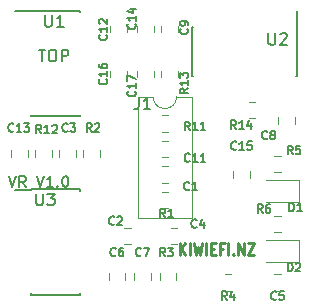
<source format=gbr>
G04 #@! TF.GenerationSoftware,KiCad,Pcbnew,7.0.10*
G04 #@! TF.CreationDate,2024-04-16T19:30:50+12:00*
G04 #@! TF.ProjectId,KiwiEFIvr1815_0.1,4b697769-4546-4497-9672-313831355f30,rev?*
G04 #@! TF.SameCoordinates,Original*
G04 #@! TF.FileFunction,Legend,Top*
G04 #@! TF.FilePolarity,Positive*
%FSLAX46Y46*%
G04 Gerber Fmt 4.6, Leading zero omitted, Abs format (unit mm)*
G04 Created by KiCad (PCBNEW 7.0.10) date 2024-04-16 19:30:50*
%MOMM*%
%LPD*%
G01*
G04 APERTURE LIST*
%ADD10C,0.150000*%
%ADD11C,0.212500*%
%ADD12C,0.120000*%
G04 APERTURE END LIST*
D10*
X111115000Y-89424557D02*
X111415000Y-90324557D01*
X111415000Y-90324557D02*
X111715000Y-89424557D01*
X112529286Y-90324557D02*
X112229286Y-89895985D01*
X112015000Y-90324557D02*
X112015000Y-89424557D01*
X112015000Y-89424557D02*
X112357857Y-89424557D01*
X112357857Y-89424557D02*
X112443572Y-89467414D01*
X112443572Y-89467414D02*
X112486429Y-89510271D01*
X112486429Y-89510271D02*
X112529286Y-89595985D01*
X112529286Y-89595985D02*
X112529286Y-89724557D01*
X112529286Y-89724557D02*
X112486429Y-89810271D01*
X112486429Y-89810271D02*
X112443572Y-89853128D01*
X112443572Y-89853128D02*
X112357857Y-89895985D01*
X112357857Y-89895985D02*
X112015000Y-89895985D01*
X113472143Y-89424557D02*
X113772143Y-90324557D01*
X113772143Y-90324557D02*
X114072143Y-89424557D01*
X114843572Y-90324557D02*
X114329286Y-90324557D01*
X114586429Y-90324557D02*
X114586429Y-89424557D01*
X114586429Y-89424557D02*
X114500715Y-89553128D01*
X114500715Y-89553128D02*
X114415000Y-89638842D01*
X114415000Y-89638842D02*
X114329286Y-89681700D01*
X115229286Y-90238842D02*
X115272143Y-90281700D01*
X115272143Y-90281700D02*
X115229286Y-90324557D01*
X115229286Y-90324557D02*
X115186429Y-90281700D01*
X115186429Y-90281700D02*
X115229286Y-90238842D01*
X115229286Y-90238842D02*
X115229286Y-90324557D01*
X115829286Y-89424557D02*
X115915000Y-89424557D01*
X115915000Y-89424557D02*
X116000714Y-89467414D01*
X116000714Y-89467414D02*
X116043572Y-89510271D01*
X116043572Y-89510271D02*
X116086429Y-89595985D01*
X116086429Y-89595985D02*
X116129286Y-89767414D01*
X116129286Y-89767414D02*
X116129286Y-89981700D01*
X116129286Y-89981700D02*
X116086429Y-90153128D01*
X116086429Y-90153128D02*
X116043572Y-90238842D01*
X116043572Y-90238842D02*
X116000714Y-90281700D01*
X116000714Y-90281700D02*
X115915000Y-90324557D01*
X115915000Y-90324557D02*
X115829286Y-90324557D01*
X115829286Y-90324557D02*
X115743572Y-90281700D01*
X115743572Y-90281700D02*
X115700714Y-90238842D01*
X115700714Y-90238842D02*
X115657857Y-90153128D01*
X115657857Y-90153128D02*
X115615000Y-89981700D01*
X115615000Y-89981700D02*
X115615000Y-89767414D01*
X115615000Y-89767414D02*
X115657857Y-89595985D01*
X115657857Y-89595985D02*
X115700714Y-89510271D01*
X115700714Y-89510271D02*
X115743572Y-89467414D01*
X115743572Y-89467414D02*
X115829286Y-89424557D01*
X113625476Y-78702819D02*
X114196904Y-78702819D01*
X113911190Y-79702819D02*
X113911190Y-78702819D01*
X114720714Y-78702819D02*
X114911190Y-78702819D01*
X114911190Y-78702819D02*
X115006428Y-78750438D01*
X115006428Y-78750438D02*
X115101666Y-78845676D01*
X115101666Y-78845676D02*
X115149285Y-79036152D01*
X115149285Y-79036152D02*
X115149285Y-79369485D01*
X115149285Y-79369485D02*
X115101666Y-79559961D01*
X115101666Y-79559961D02*
X115006428Y-79655200D01*
X115006428Y-79655200D02*
X114911190Y-79702819D01*
X114911190Y-79702819D02*
X114720714Y-79702819D01*
X114720714Y-79702819D02*
X114625476Y-79655200D01*
X114625476Y-79655200D02*
X114530238Y-79559961D01*
X114530238Y-79559961D02*
X114482619Y-79369485D01*
X114482619Y-79369485D02*
X114482619Y-79036152D01*
X114482619Y-79036152D02*
X114530238Y-78845676D01*
X114530238Y-78845676D02*
X114625476Y-78750438D01*
X114625476Y-78750438D02*
X114720714Y-78702819D01*
X115577857Y-79702819D02*
X115577857Y-78702819D01*
X115577857Y-78702819D02*
X115958809Y-78702819D01*
X115958809Y-78702819D02*
X116054047Y-78750438D01*
X116054047Y-78750438D02*
X116101666Y-78798057D01*
X116101666Y-78798057D02*
X116149285Y-78893295D01*
X116149285Y-78893295D02*
X116149285Y-79036152D01*
X116149285Y-79036152D02*
X116101666Y-79131390D01*
X116101666Y-79131390D02*
X116054047Y-79179009D01*
X116054047Y-79179009D02*
X115958809Y-79226628D01*
X115958809Y-79226628D02*
X115577857Y-79226628D01*
D11*
X125583332Y-96101569D02*
X125583332Y-95101569D01*
X126069047Y-96101569D02*
X125704761Y-95530140D01*
X126069047Y-95101569D02*
X125583332Y-95672997D01*
X126433332Y-96101569D02*
X126433332Y-95101569D01*
X126757142Y-95101569D02*
X126959523Y-96101569D01*
X126959523Y-96101569D02*
X127121428Y-95387283D01*
X127121428Y-95387283D02*
X127283333Y-96101569D01*
X127283333Y-96101569D02*
X127485714Y-95101569D01*
X127809523Y-96101569D02*
X127809523Y-95101569D01*
X128214285Y-95577759D02*
X128497619Y-95577759D01*
X128619047Y-96101569D02*
X128214285Y-96101569D01*
X128214285Y-96101569D02*
X128214285Y-95101569D01*
X128214285Y-95101569D02*
X128619047Y-95101569D01*
X129266667Y-95577759D02*
X128983333Y-95577759D01*
X128983333Y-96101569D02*
X128983333Y-95101569D01*
X128983333Y-95101569D02*
X129388095Y-95101569D01*
X129711904Y-96101569D02*
X129711904Y-95101569D01*
X130116666Y-96006330D02*
X130157143Y-96053950D01*
X130157143Y-96053950D02*
X130116666Y-96101569D01*
X130116666Y-96101569D02*
X130076190Y-96053950D01*
X130076190Y-96053950D02*
X130116666Y-96006330D01*
X130116666Y-96006330D02*
X130116666Y-96101569D01*
X130521428Y-96101569D02*
X130521428Y-95101569D01*
X130521428Y-95101569D02*
X131007143Y-96101569D01*
X131007143Y-96101569D02*
X131007143Y-95101569D01*
X131330952Y-95101569D02*
X131897619Y-95101569D01*
X131897619Y-95101569D02*
X131330952Y-96101569D01*
X131330952Y-96101569D02*
X131897619Y-96101569D01*
D10*
X122094666Y-82766819D02*
X122094666Y-83481104D01*
X122094666Y-83481104D02*
X122047047Y-83623961D01*
X122047047Y-83623961D02*
X121951809Y-83719200D01*
X121951809Y-83719200D02*
X121808952Y-83766819D01*
X121808952Y-83766819D02*
X121713714Y-83766819D01*
X123094666Y-83766819D02*
X122523238Y-83766819D01*
X122808952Y-83766819D02*
X122808952Y-82766819D01*
X122808952Y-82766819D02*
X122713714Y-82909676D01*
X122713714Y-82909676D02*
X122618476Y-83004914D01*
X122618476Y-83004914D02*
X122523238Y-83052533D01*
X132598333Y-92518033D02*
X132365000Y-92184700D01*
X132198333Y-92518033D02*
X132198333Y-91818033D01*
X132198333Y-91818033D02*
X132465000Y-91818033D01*
X132465000Y-91818033D02*
X132531667Y-91851366D01*
X132531667Y-91851366D02*
X132565000Y-91884700D01*
X132565000Y-91884700D02*
X132598333Y-91951366D01*
X132598333Y-91951366D02*
X132598333Y-92051366D01*
X132598333Y-92051366D02*
X132565000Y-92118033D01*
X132565000Y-92118033D02*
X132531667Y-92151366D01*
X132531667Y-92151366D02*
X132465000Y-92184700D01*
X132465000Y-92184700D02*
X132198333Y-92184700D01*
X133198333Y-91818033D02*
X133065000Y-91818033D01*
X133065000Y-91818033D02*
X132998333Y-91851366D01*
X132998333Y-91851366D02*
X132965000Y-91884700D01*
X132965000Y-91884700D02*
X132898333Y-91984700D01*
X132898333Y-91984700D02*
X132865000Y-92118033D01*
X132865000Y-92118033D02*
X132865000Y-92384700D01*
X132865000Y-92384700D02*
X132898333Y-92451366D01*
X132898333Y-92451366D02*
X132931667Y-92484700D01*
X132931667Y-92484700D02*
X132998333Y-92518033D01*
X132998333Y-92518033D02*
X133131667Y-92518033D01*
X133131667Y-92518033D02*
X133198333Y-92484700D01*
X133198333Y-92484700D02*
X133231667Y-92451366D01*
X133231667Y-92451366D02*
X133265000Y-92384700D01*
X133265000Y-92384700D02*
X133265000Y-92218033D01*
X133265000Y-92218033D02*
X133231667Y-92151366D01*
X133231667Y-92151366D02*
X133198333Y-92118033D01*
X133198333Y-92118033D02*
X133131667Y-92084700D01*
X133131667Y-92084700D02*
X132998333Y-92084700D01*
X132998333Y-92084700D02*
X132931667Y-92118033D01*
X132931667Y-92118033D02*
X132898333Y-92151366D01*
X132898333Y-92151366D02*
X132865000Y-92218033D01*
X135138333Y-87565033D02*
X134905000Y-87231700D01*
X134738333Y-87565033D02*
X134738333Y-86865033D01*
X134738333Y-86865033D02*
X135005000Y-86865033D01*
X135005000Y-86865033D02*
X135071667Y-86898366D01*
X135071667Y-86898366D02*
X135105000Y-86931700D01*
X135105000Y-86931700D02*
X135138333Y-86998366D01*
X135138333Y-86998366D02*
X135138333Y-87098366D01*
X135138333Y-87098366D02*
X135105000Y-87165033D01*
X135105000Y-87165033D02*
X135071667Y-87198366D01*
X135071667Y-87198366D02*
X135005000Y-87231700D01*
X135005000Y-87231700D02*
X134738333Y-87231700D01*
X135771667Y-86865033D02*
X135438333Y-86865033D01*
X135438333Y-86865033D02*
X135405000Y-87198366D01*
X135405000Y-87198366D02*
X135438333Y-87165033D01*
X135438333Y-87165033D02*
X135505000Y-87131700D01*
X135505000Y-87131700D02*
X135671667Y-87131700D01*
X135671667Y-87131700D02*
X135738333Y-87165033D01*
X135738333Y-87165033D02*
X135771667Y-87198366D01*
X135771667Y-87198366D02*
X135805000Y-87265033D01*
X135805000Y-87265033D02*
X135805000Y-87431700D01*
X135805000Y-87431700D02*
X135771667Y-87498366D01*
X135771667Y-87498366D02*
X135738333Y-87531700D01*
X135738333Y-87531700D02*
X135671667Y-87565033D01*
X135671667Y-87565033D02*
X135505000Y-87565033D01*
X135505000Y-87565033D02*
X135438333Y-87531700D01*
X135438333Y-87531700D02*
X135405000Y-87498366D01*
X134738333Y-97471033D02*
X134738333Y-96771033D01*
X134738333Y-96771033D02*
X134905000Y-96771033D01*
X134905000Y-96771033D02*
X135005000Y-96804366D01*
X135005000Y-96804366D02*
X135071667Y-96871033D01*
X135071667Y-96871033D02*
X135105000Y-96937700D01*
X135105000Y-96937700D02*
X135138333Y-97071033D01*
X135138333Y-97071033D02*
X135138333Y-97171033D01*
X135138333Y-97171033D02*
X135105000Y-97304366D01*
X135105000Y-97304366D02*
X135071667Y-97371033D01*
X135071667Y-97371033D02*
X135005000Y-97437700D01*
X135005000Y-97437700D02*
X134905000Y-97471033D01*
X134905000Y-97471033D02*
X134738333Y-97471033D01*
X135405000Y-96837700D02*
X135438333Y-96804366D01*
X135438333Y-96804366D02*
X135505000Y-96771033D01*
X135505000Y-96771033D02*
X135671667Y-96771033D01*
X135671667Y-96771033D02*
X135738333Y-96804366D01*
X135738333Y-96804366D02*
X135771667Y-96837700D01*
X135771667Y-96837700D02*
X135805000Y-96904366D01*
X135805000Y-96904366D02*
X135805000Y-96971033D01*
X135805000Y-96971033D02*
X135771667Y-97071033D01*
X135771667Y-97071033D02*
X135371667Y-97471033D01*
X135371667Y-97471033D02*
X135805000Y-97471033D01*
X134865333Y-92391033D02*
X134865333Y-91691033D01*
X134865333Y-91691033D02*
X135032000Y-91691033D01*
X135032000Y-91691033D02*
X135132000Y-91724366D01*
X135132000Y-91724366D02*
X135198667Y-91791033D01*
X135198667Y-91791033D02*
X135232000Y-91857700D01*
X135232000Y-91857700D02*
X135265333Y-91991033D01*
X135265333Y-91991033D02*
X135265333Y-92091033D01*
X135265333Y-92091033D02*
X135232000Y-92224366D01*
X135232000Y-92224366D02*
X135198667Y-92291033D01*
X135198667Y-92291033D02*
X135132000Y-92357700D01*
X135132000Y-92357700D02*
X135032000Y-92391033D01*
X135032000Y-92391033D02*
X134865333Y-92391033D01*
X135932000Y-92391033D02*
X135532000Y-92391033D01*
X135732000Y-92391033D02*
X135732000Y-91691033D01*
X135732000Y-91691033D02*
X135665333Y-91791033D01*
X135665333Y-91791033D02*
X135598667Y-91857700D01*
X135598667Y-91857700D02*
X135532000Y-91891033D01*
X126233366Y-76951666D02*
X126266700Y-76984999D01*
X126266700Y-76984999D02*
X126300033Y-77084999D01*
X126300033Y-77084999D02*
X126300033Y-77151666D01*
X126300033Y-77151666D02*
X126266700Y-77251666D01*
X126266700Y-77251666D02*
X126200033Y-77318333D01*
X126200033Y-77318333D02*
X126133366Y-77351666D01*
X126133366Y-77351666D02*
X126000033Y-77384999D01*
X126000033Y-77384999D02*
X125900033Y-77384999D01*
X125900033Y-77384999D02*
X125766700Y-77351666D01*
X125766700Y-77351666D02*
X125700033Y-77318333D01*
X125700033Y-77318333D02*
X125633366Y-77251666D01*
X125633366Y-77251666D02*
X125600033Y-77151666D01*
X125600033Y-77151666D02*
X125600033Y-77084999D01*
X125600033Y-77084999D02*
X125633366Y-76984999D01*
X125633366Y-76984999D02*
X125666700Y-76951666D01*
X126300033Y-76618333D02*
X126300033Y-76484999D01*
X126300033Y-76484999D02*
X126266700Y-76418333D01*
X126266700Y-76418333D02*
X126233366Y-76384999D01*
X126233366Y-76384999D02*
X126133366Y-76318333D01*
X126133366Y-76318333D02*
X126000033Y-76284999D01*
X126000033Y-76284999D02*
X125733366Y-76284999D01*
X125733366Y-76284999D02*
X125666700Y-76318333D01*
X125666700Y-76318333D02*
X125633366Y-76351666D01*
X125633366Y-76351666D02*
X125600033Y-76418333D01*
X125600033Y-76418333D02*
X125600033Y-76551666D01*
X125600033Y-76551666D02*
X125633366Y-76618333D01*
X125633366Y-76618333D02*
X125666700Y-76651666D01*
X125666700Y-76651666D02*
X125733366Y-76684999D01*
X125733366Y-76684999D02*
X125900033Y-76684999D01*
X125900033Y-76684999D02*
X125966700Y-76651666D01*
X125966700Y-76651666D02*
X126000033Y-76618333D01*
X126000033Y-76618333D02*
X126033366Y-76551666D01*
X126033366Y-76551666D02*
X126033366Y-76418333D01*
X126033366Y-76418333D02*
X126000033Y-76351666D01*
X126000033Y-76351666D02*
X125966700Y-76318333D01*
X125966700Y-76318333D02*
X125900033Y-76284999D01*
X113411095Y-90894819D02*
X113411095Y-91704342D01*
X113411095Y-91704342D02*
X113458714Y-91799580D01*
X113458714Y-91799580D02*
X113506333Y-91847200D01*
X113506333Y-91847200D02*
X113601571Y-91894819D01*
X113601571Y-91894819D02*
X113792047Y-91894819D01*
X113792047Y-91894819D02*
X113887285Y-91847200D01*
X113887285Y-91847200D02*
X113934904Y-91799580D01*
X113934904Y-91799580D02*
X113982523Y-91704342D01*
X113982523Y-91704342D02*
X113982523Y-90894819D01*
X114363476Y-90894819D02*
X114982523Y-90894819D01*
X114982523Y-90894819D02*
X114649190Y-91275771D01*
X114649190Y-91275771D02*
X114792047Y-91275771D01*
X114792047Y-91275771D02*
X114887285Y-91323390D01*
X114887285Y-91323390D02*
X114934904Y-91371009D01*
X114934904Y-91371009D02*
X114982523Y-91466247D01*
X114982523Y-91466247D02*
X114982523Y-91704342D01*
X114982523Y-91704342D02*
X114934904Y-91799580D01*
X114934904Y-91799580D02*
X114887285Y-91847200D01*
X114887285Y-91847200D02*
X114792047Y-91894819D01*
X114792047Y-91894819D02*
X114506333Y-91894819D01*
X114506333Y-91894819D02*
X114411095Y-91847200D01*
X114411095Y-91847200D02*
X114363476Y-91799580D01*
X133096095Y-77305819D02*
X133096095Y-78115342D01*
X133096095Y-78115342D02*
X133143714Y-78210580D01*
X133143714Y-78210580D02*
X133191333Y-78258200D01*
X133191333Y-78258200D02*
X133286571Y-78305819D01*
X133286571Y-78305819D02*
X133477047Y-78305819D01*
X133477047Y-78305819D02*
X133572285Y-78258200D01*
X133572285Y-78258200D02*
X133619904Y-78210580D01*
X133619904Y-78210580D02*
X133667523Y-78115342D01*
X133667523Y-78115342D02*
X133667523Y-77305819D01*
X134096095Y-77401057D02*
X134143714Y-77353438D01*
X134143714Y-77353438D02*
X134238952Y-77305819D01*
X134238952Y-77305819D02*
X134477047Y-77305819D01*
X134477047Y-77305819D02*
X134572285Y-77353438D01*
X134572285Y-77353438D02*
X134619904Y-77401057D01*
X134619904Y-77401057D02*
X134667523Y-77496295D01*
X134667523Y-77496295D02*
X134667523Y-77591533D01*
X134667523Y-77591533D02*
X134619904Y-77734390D01*
X134619904Y-77734390D02*
X134048476Y-78305819D01*
X134048476Y-78305819D02*
X134667523Y-78305819D01*
X114173095Y-75781819D02*
X114173095Y-76591342D01*
X114173095Y-76591342D02*
X114220714Y-76686580D01*
X114220714Y-76686580D02*
X114268333Y-76734200D01*
X114268333Y-76734200D02*
X114363571Y-76781819D01*
X114363571Y-76781819D02*
X114554047Y-76781819D01*
X114554047Y-76781819D02*
X114649285Y-76734200D01*
X114649285Y-76734200D02*
X114696904Y-76686580D01*
X114696904Y-76686580D02*
X114744523Y-76591342D01*
X114744523Y-76591342D02*
X114744523Y-75781819D01*
X115744523Y-76781819D02*
X115173095Y-76781819D01*
X115458809Y-76781819D02*
X115458809Y-75781819D01*
X115458809Y-75781819D02*
X115363571Y-75924676D01*
X115363571Y-75924676D02*
X115268333Y-76019914D01*
X115268333Y-76019914D02*
X115173095Y-76067533D01*
X130359999Y-85406033D02*
X130126666Y-85072700D01*
X129959999Y-85406033D02*
X129959999Y-84706033D01*
X129959999Y-84706033D02*
X130226666Y-84706033D01*
X130226666Y-84706033D02*
X130293333Y-84739366D01*
X130293333Y-84739366D02*
X130326666Y-84772700D01*
X130326666Y-84772700D02*
X130359999Y-84839366D01*
X130359999Y-84839366D02*
X130359999Y-84939366D01*
X130359999Y-84939366D02*
X130326666Y-85006033D01*
X130326666Y-85006033D02*
X130293333Y-85039366D01*
X130293333Y-85039366D02*
X130226666Y-85072700D01*
X130226666Y-85072700D02*
X129959999Y-85072700D01*
X131026666Y-85406033D02*
X130626666Y-85406033D01*
X130826666Y-85406033D02*
X130826666Y-84706033D01*
X130826666Y-84706033D02*
X130759999Y-84806033D01*
X130759999Y-84806033D02*
X130693333Y-84872700D01*
X130693333Y-84872700D02*
X130626666Y-84906033D01*
X131626666Y-84939366D02*
X131626666Y-85406033D01*
X131460000Y-84672700D02*
X131293333Y-85172700D01*
X131293333Y-85172700D02*
X131726666Y-85172700D01*
X126300033Y-81984000D02*
X125966700Y-82217333D01*
X126300033Y-82384000D02*
X125600033Y-82384000D01*
X125600033Y-82384000D02*
X125600033Y-82117333D01*
X125600033Y-82117333D02*
X125633366Y-82050667D01*
X125633366Y-82050667D02*
X125666700Y-82017333D01*
X125666700Y-82017333D02*
X125733366Y-81984000D01*
X125733366Y-81984000D02*
X125833366Y-81984000D01*
X125833366Y-81984000D02*
X125900033Y-82017333D01*
X125900033Y-82017333D02*
X125933366Y-82050667D01*
X125933366Y-82050667D02*
X125966700Y-82117333D01*
X125966700Y-82117333D02*
X125966700Y-82384000D01*
X126300033Y-81317333D02*
X126300033Y-81717333D01*
X126300033Y-81517333D02*
X125600033Y-81517333D01*
X125600033Y-81517333D02*
X125700033Y-81584000D01*
X125700033Y-81584000D02*
X125766700Y-81650667D01*
X125766700Y-81650667D02*
X125800033Y-81717333D01*
X125600033Y-81084000D02*
X125600033Y-80650666D01*
X125600033Y-80650666D02*
X125866700Y-80884000D01*
X125866700Y-80884000D02*
X125866700Y-80784000D01*
X125866700Y-80784000D02*
X125900033Y-80717333D01*
X125900033Y-80717333D02*
X125933366Y-80684000D01*
X125933366Y-80684000D02*
X126000033Y-80650666D01*
X126000033Y-80650666D02*
X126166700Y-80650666D01*
X126166700Y-80650666D02*
X126233366Y-80684000D01*
X126233366Y-80684000D02*
X126266700Y-80717333D01*
X126266700Y-80717333D02*
X126300033Y-80784000D01*
X126300033Y-80784000D02*
X126300033Y-80984000D01*
X126300033Y-80984000D02*
X126266700Y-81050666D01*
X126266700Y-81050666D02*
X126233366Y-81084000D01*
X113849999Y-85787033D02*
X113616666Y-85453700D01*
X113449999Y-85787033D02*
X113449999Y-85087033D01*
X113449999Y-85087033D02*
X113716666Y-85087033D01*
X113716666Y-85087033D02*
X113783333Y-85120366D01*
X113783333Y-85120366D02*
X113816666Y-85153700D01*
X113816666Y-85153700D02*
X113849999Y-85220366D01*
X113849999Y-85220366D02*
X113849999Y-85320366D01*
X113849999Y-85320366D02*
X113816666Y-85387033D01*
X113816666Y-85387033D02*
X113783333Y-85420366D01*
X113783333Y-85420366D02*
X113716666Y-85453700D01*
X113716666Y-85453700D02*
X113449999Y-85453700D01*
X114516666Y-85787033D02*
X114116666Y-85787033D01*
X114316666Y-85787033D02*
X114316666Y-85087033D01*
X114316666Y-85087033D02*
X114249999Y-85187033D01*
X114249999Y-85187033D02*
X114183333Y-85253700D01*
X114183333Y-85253700D02*
X114116666Y-85287033D01*
X114783333Y-85153700D02*
X114816666Y-85120366D01*
X114816666Y-85120366D02*
X114883333Y-85087033D01*
X114883333Y-85087033D02*
X115050000Y-85087033D01*
X115050000Y-85087033D02*
X115116666Y-85120366D01*
X115116666Y-85120366D02*
X115150000Y-85153700D01*
X115150000Y-85153700D02*
X115183333Y-85220366D01*
X115183333Y-85220366D02*
X115183333Y-85287033D01*
X115183333Y-85287033D02*
X115150000Y-85387033D01*
X115150000Y-85387033D02*
X114750000Y-85787033D01*
X114750000Y-85787033D02*
X115183333Y-85787033D01*
X126422999Y-85533033D02*
X126189666Y-85199700D01*
X126022999Y-85533033D02*
X126022999Y-84833033D01*
X126022999Y-84833033D02*
X126289666Y-84833033D01*
X126289666Y-84833033D02*
X126356333Y-84866366D01*
X126356333Y-84866366D02*
X126389666Y-84899700D01*
X126389666Y-84899700D02*
X126422999Y-84966366D01*
X126422999Y-84966366D02*
X126422999Y-85066366D01*
X126422999Y-85066366D02*
X126389666Y-85133033D01*
X126389666Y-85133033D02*
X126356333Y-85166366D01*
X126356333Y-85166366D02*
X126289666Y-85199700D01*
X126289666Y-85199700D02*
X126022999Y-85199700D01*
X127089666Y-85533033D02*
X126689666Y-85533033D01*
X126889666Y-85533033D02*
X126889666Y-84833033D01*
X126889666Y-84833033D02*
X126822999Y-84933033D01*
X126822999Y-84933033D02*
X126756333Y-84999700D01*
X126756333Y-84999700D02*
X126689666Y-85033033D01*
X127756333Y-85533033D02*
X127356333Y-85533033D01*
X127556333Y-85533033D02*
X127556333Y-84833033D01*
X127556333Y-84833033D02*
X127489666Y-84933033D01*
X127489666Y-84933033D02*
X127423000Y-84999700D01*
X127423000Y-84999700D02*
X127356333Y-85033033D01*
X129583333Y-99884033D02*
X129350000Y-99550700D01*
X129183333Y-99884033D02*
X129183333Y-99184033D01*
X129183333Y-99184033D02*
X129450000Y-99184033D01*
X129450000Y-99184033D02*
X129516667Y-99217366D01*
X129516667Y-99217366D02*
X129550000Y-99250700D01*
X129550000Y-99250700D02*
X129583333Y-99317366D01*
X129583333Y-99317366D02*
X129583333Y-99417366D01*
X129583333Y-99417366D02*
X129550000Y-99484033D01*
X129550000Y-99484033D02*
X129516667Y-99517366D01*
X129516667Y-99517366D02*
X129450000Y-99550700D01*
X129450000Y-99550700D02*
X129183333Y-99550700D01*
X130183333Y-99417366D02*
X130183333Y-99884033D01*
X130016667Y-99150700D02*
X129850000Y-99650700D01*
X129850000Y-99650700D02*
X130283333Y-99650700D01*
X124343333Y-96201033D02*
X124110000Y-95867700D01*
X123943333Y-96201033D02*
X123943333Y-95501033D01*
X123943333Y-95501033D02*
X124210000Y-95501033D01*
X124210000Y-95501033D02*
X124276667Y-95534366D01*
X124276667Y-95534366D02*
X124310000Y-95567700D01*
X124310000Y-95567700D02*
X124343333Y-95634366D01*
X124343333Y-95634366D02*
X124343333Y-95734366D01*
X124343333Y-95734366D02*
X124310000Y-95801033D01*
X124310000Y-95801033D02*
X124276667Y-95834366D01*
X124276667Y-95834366D02*
X124210000Y-95867700D01*
X124210000Y-95867700D02*
X123943333Y-95867700D01*
X124576667Y-95501033D02*
X125010000Y-95501033D01*
X125010000Y-95501033D02*
X124776667Y-95767700D01*
X124776667Y-95767700D02*
X124876667Y-95767700D01*
X124876667Y-95767700D02*
X124943333Y-95801033D01*
X124943333Y-95801033D02*
X124976667Y-95834366D01*
X124976667Y-95834366D02*
X125010000Y-95901033D01*
X125010000Y-95901033D02*
X125010000Y-96067700D01*
X125010000Y-96067700D02*
X124976667Y-96134366D01*
X124976667Y-96134366D02*
X124943333Y-96167700D01*
X124943333Y-96167700D02*
X124876667Y-96201033D01*
X124876667Y-96201033D02*
X124676667Y-96201033D01*
X124676667Y-96201033D02*
X124610000Y-96167700D01*
X124610000Y-96167700D02*
X124576667Y-96134366D01*
X118120333Y-85660033D02*
X117887000Y-85326700D01*
X117720333Y-85660033D02*
X117720333Y-84960033D01*
X117720333Y-84960033D02*
X117987000Y-84960033D01*
X117987000Y-84960033D02*
X118053667Y-84993366D01*
X118053667Y-84993366D02*
X118087000Y-85026700D01*
X118087000Y-85026700D02*
X118120333Y-85093366D01*
X118120333Y-85093366D02*
X118120333Y-85193366D01*
X118120333Y-85193366D02*
X118087000Y-85260033D01*
X118087000Y-85260033D02*
X118053667Y-85293366D01*
X118053667Y-85293366D02*
X117987000Y-85326700D01*
X117987000Y-85326700D02*
X117720333Y-85326700D01*
X118387000Y-85026700D02*
X118420333Y-84993366D01*
X118420333Y-84993366D02*
X118487000Y-84960033D01*
X118487000Y-84960033D02*
X118653667Y-84960033D01*
X118653667Y-84960033D02*
X118720333Y-84993366D01*
X118720333Y-84993366D02*
X118753667Y-85026700D01*
X118753667Y-85026700D02*
X118787000Y-85093366D01*
X118787000Y-85093366D02*
X118787000Y-85160033D01*
X118787000Y-85160033D02*
X118753667Y-85260033D01*
X118753667Y-85260033D02*
X118353667Y-85660033D01*
X118353667Y-85660033D02*
X118787000Y-85660033D01*
X124343333Y-92899033D02*
X124110000Y-92565700D01*
X123943333Y-92899033D02*
X123943333Y-92199033D01*
X123943333Y-92199033D02*
X124210000Y-92199033D01*
X124210000Y-92199033D02*
X124276667Y-92232366D01*
X124276667Y-92232366D02*
X124310000Y-92265700D01*
X124310000Y-92265700D02*
X124343333Y-92332366D01*
X124343333Y-92332366D02*
X124343333Y-92432366D01*
X124343333Y-92432366D02*
X124310000Y-92499033D01*
X124310000Y-92499033D02*
X124276667Y-92532366D01*
X124276667Y-92532366D02*
X124210000Y-92565700D01*
X124210000Y-92565700D02*
X123943333Y-92565700D01*
X125010000Y-92899033D02*
X124610000Y-92899033D01*
X124810000Y-92899033D02*
X124810000Y-92199033D01*
X124810000Y-92199033D02*
X124743333Y-92299033D01*
X124743333Y-92299033D02*
X124676667Y-92365700D01*
X124676667Y-92365700D02*
X124610000Y-92399033D01*
X121788366Y-82238000D02*
X121821700Y-82271333D01*
X121821700Y-82271333D02*
X121855033Y-82371333D01*
X121855033Y-82371333D02*
X121855033Y-82438000D01*
X121855033Y-82438000D02*
X121821700Y-82538000D01*
X121821700Y-82538000D02*
X121755033Y-82604667D01*
X121755033Y-82604667D02*
X121688366Y-82638000D01*
X121688366Y-82638000D02*
X121555033Y-82671333D01*
X121555033Y-82671333D02*
X121455033Y-82671333D01*
X121455033Y-82671333D02*
X121321700Y-82638000D01*
X121321700Y-82638000D02*
X121255033Y-82604667D01*
X121255033Y-82604667D02*
X121188366Y-82538000D01*
X121188366Y-82538000D02*
X121155033Y-82438000D01*
X121155033Y-82438000D02*
X121155033Y-82371333D01*
X121155033Y-82371333D02*
X121188366Y-82271333D01*
X121188366Y-82271333D02*
X121221700Y-82238000D01*
X121855033Y-81571333D02*
X121855033Y-81971333D01*
X121855033Y-81771333D02*
X121155033Y-81771333D01*
X121155033Y-81771333D02*
X121255033Y-81838000D01*
X121255033Y-81838000D02*
X121321700Y-81904667D01*
X121321700Y-81904667D02*
X121355033Y-81971333D01*
X121155033Y-81338000D02*
X121155033Y-80871333D01*
X121155033Y-80871333D02*
X121855033Y-81171333D01*
X119375366Y-81222000D02*
X119408700Y-81255333D01*
X119408700Y-81255333D02*
X119442033Y-81355333D01*
X119442033Y-81355333D02*
X119442033Y-81422000D01*
X119442033Y-81422000D02*
X119408700Y-81522000D01*
X119408700Y-81522000D02*
X119342033Y-81588667D01*
X119342033Y-81588667D02*
X119275366Y-81622000D01*
X119275366Y-81622000D02*
X119142033Y-81655333D01*
X119142033Y-81655333D02*
X119042033Y-81655333D01*
X119042033Y-81655333D02*
X118908700Y-81622000D01*
X118908700Y-81622000D02*
X118842033Y-81588667D01*
X118842033Y-81588667D02*
X118775366Y-81522000D01*
X118775366Y-81522000D02*
X118742033Y-81422000D01*
X118742033Y-81422000D02*
X118742033Y-81355333D01*
X118742033Y-81355333D02*
X118775366Y-81255333D01*
X118775366Y-81255333D02*
X118808700Y-81222000D01*
X119442033Y-80555333D02*
X119442033Y-80955333D01*
X119442033Y-80755333D02*
X118742033Y-80755333D01*
X118742033Y-80755333D02*
X118842033Y-80822000D01*
X118842033Y-80822000D02*
X118908700Y-80888667D01*
X118908700Y-80888667D02*
X118942033Y-80955333D01*
X118742033Y-79955333D02*
X118742033Y-80088666D01*
X118742033Y-80088666D02*
X118775366Y-80155333D01*
X118775366Y-80155333D02*
X118808700Y-80188666D01*
X118808700Y-80188666D02*
X118908700Y-80255333D01*
X118908700Y-80255333D02*
X119042033Y-80288666D01*
X119042033Y-80288666D02*
X119308700Y-80288666D01*
X119308700Y-80288666D02*
X119375366Y-80255333D01*
X119375366Y-80255333D02*
X119408700Y-80222000D01*
X119408700Y-80222000D02*
X119442033Y-80155333D01*
X119442033Y-80155333D02*
X119442033Y-80022000D01*
X119442033Y-80022000D02*
X119408700Y-79955333D01*
X119408700Y-79955333D02*
X119375366Y-79922000D01*
X119375366Y-79922000D02*
X119308700Y-79888666D01*
X119308700Y-79888666D02*
X119142033Y-79888666D01*
X119142033Y-79888666D02*
X119075366Y-79922000D01*
X119075366Y-79922000D02*
X119042033Y-79955333D01*
X119042033Y-79955333D02*
X119008700Y-80022000D01*
X119008700Y-80022000D02*
X119008700Y-80155333D01*
X119008700Y-80155333D02*
X119042033Y-80222000D01*
X119042033Y-80222000D02*
X119075366Y-80255333D01*
X119075366Y-80255333D02*
X119142033Y-80288666D01*
X130359999Y-87117366D02*
X130326666Y-87150700D01*
X130326666Y-87150700D02*
X130226666Y-87184033D01*
X130226666Y-87184033D02*
X130159999Y-87184033D01*
X130159999Y-87184033D02*
X130059999Y-87150700D01*
X130059999Y-87150700D02*
X129993333Y-87084033D01*
X129993333Y-87084033D02*
X129959999Y-87017366D01*
X129959999Y-87017366D02*
X129926666Y-86884033D01*
X129926666Y-86884033D02*
X129926666Y-86784033D01*
X129926666Y-86784033D02*
X129959999Y-86650700D01*
X129959999Y-86650700D02*
X129993333Y-86584033D01*
X129993333Y-86584033D02*
X130059999Y-86517366D01*
X130059999Y-86517366D02*
X130159999Y-86484033D01*
X130159999Y-86484033D02*
X130226666Y-86484033D01*
X130226666Y-86484033D02*
X130326666Y-86517366D01*
X130326666Y-86517366D02*
X130359999Y-86550700D01*
X131026666Y-87184033D02*
X130626666Y-87184033D01*
X130826666Y-87184033D02*
X130826666Y-86484033D01*
X130826666Y-86484033D02*
X130759999Y-86584033D01*
X130759999Y-86584033D02*
X130693333Y-86650700D01*
X130693333Y-86650700D02*
X130626666Y-86684033D01*
X131660000Y-86484033D02*
X131326666Y-86484033D01*
X131326666Y-86484033D02*
X131293333Y-86817366D01*
X131293333Y-86817366D02*
X131326666Y-86784033D01*
X131326666Y-86784033D02*
X131393333Y-86750700D01*
X131393333Y-86750700D02*
X131560000Y-86750700D01*
X131560000Y-86750700D02*
X131626666Y-86784033D01*
X131626666Y-86784033D02*
X131660000Y-86817366D01*
X131660000Y-86817366D02*
X131693333Y-86884033D01*
X131693333Y-86884033D02*
X131693333Y-87050700D01*
X131693333Y-87050700D02*
X131660000Y-87117366D01*
X131660000Y-87117366D02*
X131626666Y-87150700D01*
X131626666Y-87150700D02*
X131560000Y-87184033D01*
X131560000Y-87184033D02*
X131393333Y-87184033D01*
X131393333Y-87184033D02*
X131326666Y-87150700D01*
X131326666Y-87150700D02*
X131293333Y-87117366D01*
X121788366Y-76523000D02*
X121821700Y-76556333D01*
X121821700Y-76556333D02*
X121855033Y-76656333D01*
X121855033Y-76656333D02*
X121855033Y-76723000D01*
X121855033Y-76723000D02*
X121821700Y-76823000D01*
X121821700Y-76823000D02*
X121755033Y-76889667D01*
X121755033Y-76889667D02*
X121688366Y-76923000D01*
X121688366Y-76923000D02*
X121555033Y-76956333D01*
X121555033Y-76956333D02*
X121455033Y-76956333D01*
X121455033Y-76956333D02*
X121321700Y-76923000D01*
X121321700Y-76923000D02*
X121255033Y-76889667D01*
X121255033Y-76889667D02*
X121188366Y-76823000D01*
X121188366Y-76823000D02*
X121155033Y-76723000D01*
X121155033Y-76723000D02*
X121155033Y-76656333D01*
X121155033Y-76656333D02*
X121188366Y-76556333D01*
X121188366Y-76556333D02*
X121221700Y-76523000D01*
X121855033Y-75856333D02*
X121855033Y-76256333D01*
X121855033Y-76056333D02*
X121155033Y-76056333D01*
X121155033Y-76056333D02*
X121255033Y-76123000D01*
X121255033Y-76123000D02*
X121321700Y-76189667D01*
X121321700Y-76189667D02*
X121355033Y-76256333D01*
X121388366Y-75256333D02*
X121855033Y-75256333D01*
X121121700Y-75423000D02*
X121621700Y-75589666D01*
X121621700Y-75589666D02*
X121621700Y-75156333D01*
X111499999Y-85593366D02*
X111466666Y-85626700D01*
X111466666Y-85626700D02*
X111366666Y-85660033D01*
X111366666Y-85660033D02*
X111299999Y-85660033D01*
X111299999Y-85660033D02*
X111199999Y-85626700D01*
X111199999Y-85626700D02*
X111133333Y-85560033D01*
X111133333Y-85560033D02*
X111099999Y-85493366D01*
X111099999Y-85493366D02*
X111066666Y-85360033D01*
X111066666Y-85360033D02*
X111066666Y-85260033D01*
X111066666Y-85260033D02*
X111099999Y-85126700D01*
X111099999Y-85126700D02*
X111133333Y-85060033D01*
X111133333Y-85060033D02*
X111199999Y-84993366D01*
X111199999Y-84993366D02*
X111299999Y-84960033D01*
X111299999Y-84960033D02*
X111366666Y-84960033D01*
X111366666Y-84960033D02*
X111466666Y-84993366D01*
X111466666Y-84993366D02*
X111499999Y-85026700D01*
X112166666Y-85660033D02*
X111766666Y-85660033D01*
X111966666Y-85660033D02*
X111966666Y-84960033D01*
X111966666Y-84960033D02*
X111899999Y-85060033D01*
X111899999Y-85060033D02*
X111833333Y-85126700D01*
X111833333Y-85126700D02*
X111766666Y-85160033D01*
X112400000Y-84960033D02*
X112833333Y-84960033D01*
X112833333Y-84960033D02*
X112600000Y-85226700D01*
X112600000Y-85226700D02*
X112700000Y-85226700D01*
X112700000Y-85226700D02*
X112766666Y-85260033D01*
X112766666Y-85260033D02*
X112800000Y-85293366D01*
X112800000Y-85293366D02*
X112833333Y-85360033D01*
X112833333Y-85360033D02*
X112833333Y-85526700D01*
X112833333Y-85526700D02*
X112800000Y-85593366D01*
X112800000Y-85593366D02*
X112766666Y-85626700D01*
X112766666Y-85626700D02*
X112700000Y-85660033D01*
X112700000Y-85660033D02*
X112500000Y-85660033D01*
X112500000Y-85660033D02*
X112433333Y-85626700D01*
X112433333Y-85626700D02*
X112400000Y-85593366D01*
X119375366Y-77450000D02*
X119408700Y-77483333D01*
X119408700Y-77483333D02*
X119442033Y-77583333D01*
X119442033Y-77583333D02*
X119442033Y-77650000D01*
X119442033Y-77650000D02*
X119408700Y-77750000D01*
X119408700Y-77750000D02*
X119342033Y-77816667D01*
X119342033Y-77816667D02*
X119275366Y-77850000D01*
X119275366Y-77850000D02*
X119142033Y-77883333D01*
X119142033Y-77883333D02*
X119042033Y-77883333D01*
X119042033Y-77883333D02*
X118908700Y-77850000D01*
X118908700Y-77850000D02*
X118842033Y-77816667D01*
X118842033Y-77816667D02*
X118775366Y-77750000D01*
X118775366Y-77750000D02*
X118742033Y-77650000D01*
X118742033Y-77650000D02*
X118742033Y-77583333D01*
X118742033Y-77583333D02*
X118775366Y-77483333D01*
X118775366Y-77483333D02*
X118808700Y-77450000D01*
X119442033Y-76783333D02*
X119442033Y-77183333D01*
X119442033Y-76983333D02*
X118742033Y-76983333D01*
X118742033Y-76983333D02*
X118842033Y-77050000D01*
X118842033Y-77050000D02*
X118908700Y-77116667D01*
X118908700Y-77116667D02*
X118942033Y-77183333D01*
X118808700Y-76516666D02*
X118775366Y-76483333D01*
X118775366Y-76483333D02*
X118742033Y-76416666D01*
X118742033Y-76416666D02*
X118742033Y-76250000D01*
X118742033Y-76250000D02*
X118775366Y-76183333D01*
X118775366Y-76183333D02*
X118808700Y-76150000D01*
X118808700Y-76150000D02*
X118875366Y-76116666D01*
X118875366Y-76116666D02*
X118942033Y-76116666D01*
X118942033Y-76116666D02*
X119042033Y-76150000D01*
X119042033Y-76150000D02*
X119442033Y-76550000D01*
X119442033Y-76550000D02*
X119442033Y-76116666D01*
X126422999Y-88133366D02*
X126389666Y-88166700D01*
X126389666Y-88166700D02*
X126289666Y-88200033D01*
X126289666Y-88200033D02*
X126222999Y-88200033D01*
X126222999Y-88200033D02*
X126122999Y-88166700D01*
X126122999Y-88166700D02*
X126056333Y-88100033D01*
X126056333Y-88100033D02*
X126022999Y-88033366D01*
X126022999Y-88033366D02*
X125989666Y-87900033D01*
X125989666Y-87900033D02*
X125989666Y-87800033D01*
X125989666Y-87800033D02*
X126022999Y-87666700D01*
X126022999Y-87666700D02*
X126056333Y-87600033D01*
X126056333Y-87600033D02*
X126122999Y-87533366D01*
X126122999Y-87533366D02*
X126222999Y-87500033D01*
X126222999Y-87500033D02*
X126289666Y-87500033D01*
X126289666Y-87500033D02*
X126389666Y-87533366D01*
X126389666Y-87533366D02*
X126422999Y-87566700D01*
X127089666Y-88200033D02*
X126689666Y-88200033D01*
X126889666Y-88200033D02*
X126889666Y-87500033D01*
X126889666Y-87500033D02*
X126822999Y-87600033D01*
X126822999Y-87600033D02*
X126756333Y-87666700D01*
X126756333Y-87666700D02*
X126689666Y-87700033D01*
X127756333Y-88200033D02*
X127356333Y-88200033D01*
X127556333Y-88200033D02*
X127556333Y-87500033D01*
X127556333Y-87500033D02*
X127489666Y-87600033D01*
X127489666Y-87600033D02*
X127423000Y-87666700D01*
X127423000Y-87666700D02*
X127356333Y-87700033D01*
X132979333Y-86228366D02*
X132946000Y-86261700D01*
X132946000Y-86261700D02*
X132846000Y-86295033D01*
X132846000Y-86295033D02*
X132779333Y-86295033D01*
X132779333Y-86295033D02*
X132679333Y-86261700D01*
X132679333Y-86261700D02*
X132612667Y-86195033D01*
X132612667Y-86195033D02*
X132579333Y-86128366D01*
X132579333Y-86128366D02*
X132546000Y-85995033D01*
X132546000Y-85995033D02*
X132546000Y-85895033D01*
X132546000Y-85895033D02*
X132579333Y-85761700D01*
X132579333Y-85761700D02*
X132612667Y-85695033D01*
X132612667Y-85695033D02*
X132679333Y-85628366D01*
X132679333Y-85628366D02*
X132779333Y-85595033D01*
X132779333Y-85595033D02*
X132846000Y-85595033D01*
X132846000Y-85595033D02*
X132946000Y-85628366D01*
X132946000Y-85628366D02*
X132979333Y-85661700D01*
X133379333Y-85895033D02*
X133312667Y-85861700D01*
X133312667Y-85861700D02*
X133279333Y-85828366D01*
X133279333Y-85828366D02*
X133246000Y-85761700D01*
X133246000Y-85761700D02*
X133246000Y-85728366D01*
X133246000Y-85728366D02*
X133279333Y-85661700D01*
X133279333Y-85661700D02*
X133312667Y-85628366D01*
X133312667Y-85628366D02*
X133379333Y-85595033D01*
X133379333Y-85595033D02*
X133512667Y-85595033D01*
X133512667Y-85595033D02*
X133579333Y-85628366D01*
X133579333Y-85628366D02*
X133612667Y-85661700D01*
X133612667Y-85661700D02*
X133646000Y-85728366D01*
X133646000Y-85728366D02*
X133646000Y-85761700D01*
X133646000Y-85761700D02*
X133612667Y-85828366D01*
X133612667Y-85828366D02*
X133579333Y-85861700D01*
X133579333Y-85861700D02*
X133512667Y-85895033D01*
X133512667Y-85895033D02*
X133379333Y-85895033D01*
X133379333Y-85895033D02*
X133312667Y-85928366D01*
X133312667Y-85928366D02*
X133279333Y-85961700D01*
X133279333Y-85961700D02*
X133246000Y-86028366D01*
X133246000Y-86028366D02*
X133246000Y-86161700D01*
X133246000Y-86161700D02*
X133279333Y-86228366D01*
X133279333Y-86228366D02*
X133312667Y-86261700D01*
X133312667Y-86261700D02*
X133379333Y-86295033D01*
X133379333Y-86295033D02*
X133512667Y-86295033D01*
X133512667Y-86295033D02*
X133579333Y-86261700D01*
X133579333Y-86261700D02*
X133612667Y-86228366D01*
X133612667Y-86228366D02*
X133646000Y-86161700D01*
X133646000Y-86161700D02*
X133646000Y-86028366D01*
X133646000Y-86028366D02*
X133612667Y-85961700D01*
X133612667Y-85961700D02*
X133579333Y-85928366D01*
X133579333Y-85928366D02*
X133512667Y-85895033D01*
X122293333Y-96134366D02*
X122260000Y-96167700D01*
X122260000Y-96167700D02*
X122160000Y-96201033D01*
X122160000Y-96201033D02*
X122093333Y-96201033D01*
X122093333Y-96201033D02*
X121993333Y-96167700D01*
X121993333Y-96167700D02*
X121926667Y-96101033D01*
X121926667Y-96101033D02*
X121893333Y-96034366D01*
X121893333Y-96034366D02*
X121860000Y-95901033D01*
X121860000Y-95901033D02*
X121860000Y-95801033D01*
X121860000Y-95801033D02*
X121893333Y-95667700D01*
X121893333Y-95667700D02*
X121926667Y-95601033D01*
X121926667Y-95601033D02*
X121993333Y-95534366D01*
X121993333Y-95534366D02*
X122093333Y-95501033D01*
X122093333Y-95501033D02*
X122160000Y-95501033D01*
X122160000Y-95501033D02*
X122260000Y-95534366D01*
X122260000Y-95534366D02*
X122293333Y-95567700D01*
X122526667Y-95501033D02*
X122993333Y-95501033D01*
X122993333Y-95501033D02*
X122693333Y-96201033D01*
X120152333Y-96134366D02*
X120119000Y-96167700D01*
X120119000Y-96167700D02*
X120019000Y-96201033D01*
X120019000Y-96201033D02*
X119952333Y-96201033D01*
X119952333Y-96201033D02*
X119852333Y-96167700D01*
X119852333Y-96167700D02*
X119785667Y-96101033D01*
X119785667Y-96101033D02*
X119752333Y-96034366D01*
X119752333Y-96034366D02*
X119719000Y-95901033D01*
X119719000Y-95901033D02*
X119719000Y-95801033D01*
X119719000Y-95801033D02*
X119752333Y-95667700D01*
X119752333Y-95667700D02*
X119785667Y-95601033D01*
X119785667Y-95601033D02*
X119852333Y-95534366D01*
X119852333Y-95534366D02*
X119952333Y-95501033D01*
X119952333Y-95501033D02*
X120019000Y-95501033D01*
X120019000Y-95501033D02*
X120119000Y-95534366D01*
X120119000Y-95534366D02*
X120152333Y-95567700D01*
X120752333Y-95501033D02*
X120619000Y-95501033D01*
X120619000Y-95501033D02*
X120552333Y-95534366D01*
X120552333Y-95534366D02*
X120519000Y-95567700D01*
X120519000Y-95567700D02*
X120452333Y-95667700D01*
X120452333Y-95667700D02*
X120419000Y-95801033D01*
X120419000Y-95801033D02*
X120419000Y-96067700D01*
X120419000Y-96067700D02*
X120452333Y-96134366D01*
X120452333Y-96134366D02*
X120485667Y-96167700D01*
X120485667Y-96167700D02*
X120552333Y-96201033D01*
X120552333Y-96201033D02*
X120685667Y-96201033D01*
X120685667Y-96201033D02*
X120752333Y-96167700D01*
X120752333Y-96167700D02*
X120785667Y-96134366D01*
X120785667Y-96134366D02*
X120819000Y-96067700D01*
X120819000Y-96067700D02*
X120819000Y-95901033D01*
X120819000Y-95901033D02*
X120785667Y-95834366D01*
X120785667Y-95834366D02*
X120752333Y-95801033D01*
X120752333Y-95801033D02*
X120685667Y-95767700D01*
X120685667Y-95767700D02*
X120552333Y-95767700D01*
X120552333Y-95767700D02*
X120485667Y-95801033D01*
X120485667Y-95801033D02*
X120452333Y-95834366D01*
X120452333Y-95834366D02*
X120419000Y-95901033D01*
X133741333Y-99817366D02*
X133708000Y-99850700D01*
X133708000Y-99850700D02*
X133608000Y-99884033D01*
X133608000Y-99884033D02*
X133541333Y-99884033D01*
X133541333Y-99884033D02*
X133441333Y-99850700D01*
X133441333Y-99850700D02*
X133374667Y-99784033D01*
X133374667Y-99784033D02*
X133341333Y-99717366D01*
X133341333Y-99717366D02*
X133308000Y-99584033D01*
X133308000Y-99584033D02*
X133308000Y-99484033D01*
X133308000Y-99484033D02*
X133341333Y-99350700D01*
X133341333Y-99350700D02*
X133374667Y-99284033D01*
X133374667Y-99284033D02*
X133441333Y-99217366D01*
X133441333Y-99217366D02*
X133541333Y-99184033D01*
X133541333Y-99184033D02*
X133608000Y-99184033D01*
X133608000Y-99184033D02*
X133708000Y-99217366D01*
X133708000Y-99217366D02*
X133741333Y-99250700D01*
X134374667Y-99184033D02*
X134041333Y-99184033D01*
X134041333Y-99184033D02*
X134008000Y-99517366D01*
X134008000Y-99517366D02*
X134041333Y-99484033D01*
X134041333Y-99484033D02*
X134108000Y-99450700D01*
X134108000Y-99450700D02*
X134274667Y-99450700D01*
X134274667Y-99450700D02*
X134341333Y-99484033D01*
X134341333Y-99484033D02*
X134374667Y-99517366D01*
X134374667Y-99517366D02*
X134408000Y-99584033D01*
X134408000Y-99584033D02*
X134408000Y-99750700D01*
X134408000Y-99750700D02*
X134374667Y-99817366D01*
X134374667Y-99817366D02*
X134341333Y-99850700D01*
X134341333Y-99850700D02*
X134274667Y-99884033D01*
X134274667Y-99884033D02*
X134108000Y-99884033D01*
X134108000Y-99884033D02*
X134041333Y-99850700D01*
X134041333Y-99850700D02*
X134008000Y-99817366D01*
X127010333Y-93721366D02*
X126977000Y-93754700D01*
X126977000Y-93754700D02*
X126877000Y-93788033D01*
X126877000Y-93788033D02*
X126810333Y-93788033D01*
X126810333Y-93788033D02*
X126710333Y-93754700D01*
X126710333Y-93754700D02*
X126643667Y-93688033D01*
X126643667Y-93688033D02*
X126610333Y-93621366D01*
X126610333Y-93621366D02*
X126577000Y-93488033D01*
X126577000Y-93488033D02*
X126577000Y-93388033D01*
X126577000Y-93388033D02*
X126610333Y-93254700D01*
X126610333Y-93254700D02*
X126643667Y-93188033D01*
X126643667Y-93188033D02*
X126710333Y-93121366D01*
X126710333Y-93121366D02*
X126810333Y-93088033D01*
X126810333Y-93088033D02*
X126877000Y-93088033D01*
X126877000Y-93088033D02*
X126977000Y-93121366D01*
X126977000Y-93121366D02*
X127010333Y-93154700D01*
X127610333Y-93321366D02*
X127610333Y-93788033D01*
X127443667Y-93054700D02*
X127277000Y-93554700D01*
X127277000Y-93554700D02*
X127710333Y-93554700D01*
X116088333Y-85593366D02*
X116055000Y-85626700D01*
X116055000Y-85626700D02*
X115955000Y-85660033D01*
X115955000Y-85660033D02*
X115888333Y-85660033D01*
X115888333Y-85660033D02*
X115788333Y-85626700D01*
X115788333Y-85626700D02*
X115721667Y-85560033D01*
X115721667Y-85560033D02*
X115688333Y-85493366D01*
X115688333Y-85493366D02*
X115655000Y-85360033D01*
X115655000Y-85360033D02*
X115655000Y-85260033D01*
X115655000Y-85260033D02*
X115688333Y-85126700D01*
X115688333Y-85126700D02*
X115721667Y-85060033D01*
X115721667Y-85060033D02*
X115788333Y-84993366D01*
X115788333Y-84993366D02*
X115888333Y-84960033D01*
X115888333Y-84960033D02*
X115955000Y-84960033D01*
X115955000Y-84960033D02*
X116055000Y-84993366D01*
X116055000Y-84993366D02*
X116088333Y-85026700D01*
X116321667Y-84960033D02*
X116755000Y-84960033D01*
X116755000Y-84960033D02*
X116521667Y-85226700D01*
X116521667Y-85226700D02*
X116621667Y-85226700D01*
X116621667Y-85226700D02*
X116688333Y-85260033D01*
X116688333Y-85260033D02*
X116721667Y-85293366D01*
X116721667Y-85293366D02*
X116755000Y-85360033D01*
X116755000Y-85360033D02*
X116755000Y-85526700D01*
X116755000Y-85526700D02*
X116721667Y-85593366D01*
X116721667Y-85593366D02*
X116688333Y-85626700D01*
X116688333Y-85626700D02*
X116621667Y-85660033D01*
X116621667Y-85660033D02*
X116421667Y-85660033D01*
X116421667Y-85660033D02*
X116355000Y-85626700D01*
X116355000Y-85626700D02*
X116321667Y-85593366D01*
X120025333Y-93467366D02*
X119992000Y-93500700D01*
X119992000Y-93500700D02*
X119892000Y-93534033D01*
X119892000Y-93534033D02*
X119825333Y-93534033D01*
X119825333Y-93534033D02*
X119725333Y-93500700D01*
X119725333Y-93500700D02*
X119658667Y-93434033D01*
X119658667Y-93434033D02*
X119625333Y-93367366D01*
X119625333Y-93367366D02*
X119592000Y-93234033D01*
X119592000Y-93234033D02*
X119592000Y-93134033D01*
X119592000Y-93134033D02*
X119625333Y-93000700D01*
X119625333Y-93000700D02*
X119658667Y-92934033D01*
X119658667Y-92934033D02*
X119725333Y-92867366D01*
X119725333Y-92867366D02*
X119825333Y-92834033D01*
X119825333Y-92834033D02*
X119892000Y-92834033D01*
X119892000Y-92834033D02*
X119992000Y-92867366D01*
X119992000Y-92867366D02*
X120025333Y-92900700D01*
X120292000Y-92900700D02*
X120325333Y-92867366D01*
X120325333Y-92867366D02*
X120392000Y-92834033D01*
X120392000Y-92834033D02*
X120558667Y-92834033D01*
X120558667Y-92834033D02*
X120625333Y-92867366D01*
X120625333Y-92867366D02*
X120658667Y-92900700D01*
X120658667Y-92900700D02*
X120692000Y-92967366D01*
X120692000Y-92967366D02*
X120692000Y-93034033D01*
X120692000Y-93034033D02*
X120658667Y-93134033D01*
X120658667Y-93134033D02*
X120258667Y-93534033D01*
X120258667Y-93534033D02*
X120692000Y-93534033D01*
X126375333Y-90546366D02*
X126342000Y-90579700D01*
X126342000Y-90579700D02*
X126242000Y-90613033D01*
X126242000Y-90613033D02*
X126175333Y-90613033D01*
X126175333Y-90613033D02*
X126075333Y-90579700D01*
X126075333Y-90579700D02*
X126008667Y-90513033D01*
X126008667Y-90513033D02*
X125975333Y-90446366D01*
X125975333Y-90446366D02*
X125942000Y-90313033D01*
X125942000Y-90313033D02*
X125942000Y-90213033D01*
X125942000Y-90213033D02*
X125975333Y-90079700D01*
X125975333Y-90079700D02*
X126008667Y-90013033D01*
X126008667Y-90013033D02*
X126075333Y-89946366D01*
X126075333Y-89946366D02*
X126175333Y-89913033D01*
X126175333Y-89913033D02*
X126242000Y-89913033D01*
X126242000Y-89913033D02*
X126342000Y-89946366D01*
X126342000Y-89946366D02*
X126375333Y-89979700D01*
X127042000Y-90613033D02*
X126642000Y-90613033D01*
X126842000Y-90613033D02*
X126842000Y-89913033D01*
X126842000Y-89913033D02*
X126775333Y-90013033D01*
X126775333Y-90013033D02*
X126708667Y-90079700D01*
X126708667Y-90079700D02*
X126642000Y-90113033D01*
D12*
X126580000Y-82690000D02*
X125330000Y-82690000D01*
X126580000Y-92970000D02*
X126580000Y-82690000D01*
X122080000Y-92970000D02*
X126580000Y-92970000D01*
X122080000Y-82690000D02*
X122080000Y-92970000D01*
X123330000Y-82690000D02*
X122080000Y-82690000D01*
X123330000Y-82690000D02*
G75*
G03*
X125330000Y-82690000I1000000J0D01*
G01*
X133596748Y-94182000D02*
X134119252Y-94182000D01*
X133596748Y-92762000D02*
X134119252Y-92762000D01*
X133596748Y-89102000D02*
X134119252Y-89102000D01*
X133596748Y-87682000D02*
X134119252Y-87682000D01*
X135718000Y-94798000D02*
X132858000Y-94798000D01*
X135718000Y-96718000D02*
X135718000Y-94798000D01*
X132858000Y-96718000D02*
X135718000Y-96718000D01*
X135718000Y-89718000D02*
X132858000Y-89718000D01*
X135718000Y-91638000D02*
X135718000Y-89718000D01*
X132858000Y-91638000D02*
X135718000Y-91638000D01*
X125424000Y-77223252D02*
X125424000Y-76700748D01*
X124004000Y-77223252D02*
X124004000Y-76700748D01*
D10*
X112987000Y-90571000D02*
X111612000Y-90571000D01*
X112987000Y-99446000D02*
X117137000Y-99446000D01*
X112987000Y-90546000D02*
X117137000Y-90546000D01*
X112987000Y-99446000D02*
X112987000Y-99331000D01*
X117137000Y-99446000D02*
X117137000Y-99331000D01*
X117137000Y-90546000D02*
X117137000Y-90661000D01*
X112987000Y-90546000D02*
X112987000Y-90571000D01*
X135489000Y-76792000D02*
X135489000Y-75417000D01*
X126614000Y-76792000D02*
X126614000Y-80942000D01*
X135514000Y-76792000D02*
X135514000Y-80942000D01*
X126614000Y-76792000D02*
X126729000Y-76792000D01*
X126614000Y-80942000D02*
X126729000Y-80942000D01*
X135514000Y-80942000D02*
X135399000Y-80942000D01*
X135514000Y-76792000D02*
X135489000Y-76792000D01*
X112987000Y-75458000D02*
X111612000Y-75458000D01*
X112987000Y-84333000D02*
X117137000Y-84333000D01*
X112987000Y-75433000D02*
X117137000Y-75433000D01*
X112987000Y-84333000D02*
X112987000Y-84218000D01*
X117137000Y-84333000D02*
X117137000Y-84218000D01*
X117137000Y-75433000D02*
X117137000Y-75548000D01*
X112987000Y-75433000D02*
X112987000Y-75458000D01*
D12*
X131960252Y-83110000D02*
X131437748Y-83110000D01*
X131960252Y-84530000D02*
X131437748Y-84530000D01*
X124004000Y-80510748D02*
X124004000Y-81033252D01*
X125424000Y-80510748D02*
X125424000Y-81033252D01*
X113336000Y-87241748D02*
X113336000Y-87764252D01*
X114756000Y-87241748D02*
X114756000Y-87764252D01*
X124594252Y-84253000D02*
X124071748Y-84253000D01*
X124594252Y-85673000D02*
X124071748Y-85673000D01*
X129405748Y-99135000D02*
X129928252Y-99135000D01*
X129405748Y-97715000D02*
X129928252Y-97715000D01*
X123877000Y-97655748D02*
X123877000Y-98178252D01*
X125297000Y-97655748D02*
X125297000Y-98178252D01*
X118820000Y-87764252D02*
X118820000Y-87241748D01*
X117400000Y-87764252D02*
X117400000Y-87241748D01*
X124594252Y-90730000D02*
X124071748Y-90730000D01*
X124594252Y-92150000D02*
X124071748Y-92150000D01*
X123392000Y-81033252D02*
X123392000Y-80510748D01*
X121972000Y-81033252D02*
X121972000Y-80510748D01*
X121106000Y-81033252D02*
X121106000Y-80510748D01*
X119686000Y-81033252D02*
X119686000Y-80510748D01*
X130100000Y-89019748D02*
X130100000Y-89542252D01*
X131520000Y-89019748D02*
X131520000Y-89542252D01*
X123392000Y-77223252D02*
X123392000Y-76700748D01*
X121972000Y-77223252D02*
X121972000Y-76700748D01*
X111304000Y-87241748D02*
X111304000Y-87764252D01*
X112724000Y-87241748D02*
X112724000Y-87764252D01*
X119686000Y-76700748D02*
X119686000Y-77223252D01*
X121106000Y-76700748D02*
X121106000Y-77223252D01*
X124071748Y-87832000D02*
X124594252Y-87832000D01*
X124071748Y-86412000D02*
X124594252Y-86412000D01*
X133910000Y-84447748D02*
X133910000Y-84970252D01*
X135330000Y-84447748D02*
X135330000Y-84970252D01*
X123138000Y-98178252D02*
X123138000Y-97655748D01*
X121718000Y-98178252D02*
X121718000Y-97655748D01*
X120979000Y-98178252D02*
X120979000Y-97655748D01*
X119559000Y-98178252D02*
X119559000Y-97655748D01*
X133596748Y-99135000D02*
X134119252Y-99135000D01*
X133596748Y-97715000D02*
X134119252Y-97715000D01*
X125356252Y-93778000D02*
X124833748Y-93778000D01*
X125356252Y-95198000D02*
X124833748Y-95198000D01*
X116788000Y-87764252D02*
X116788000Y-87241748D01*
X115368000Y-87764252D02*
X115368000Y-87241748D01*
X120896748Y-95198000D02*
X121419252Y-95198000D01*
X120896748Y-93778000D02*
X121419252Y-93778000D01*
X124071748Y-89991000D02*
X124594252Y-89991000D01*
X124071748Y-88571000D02*
X124594252Y-88571000D01*
M02*

</source>
